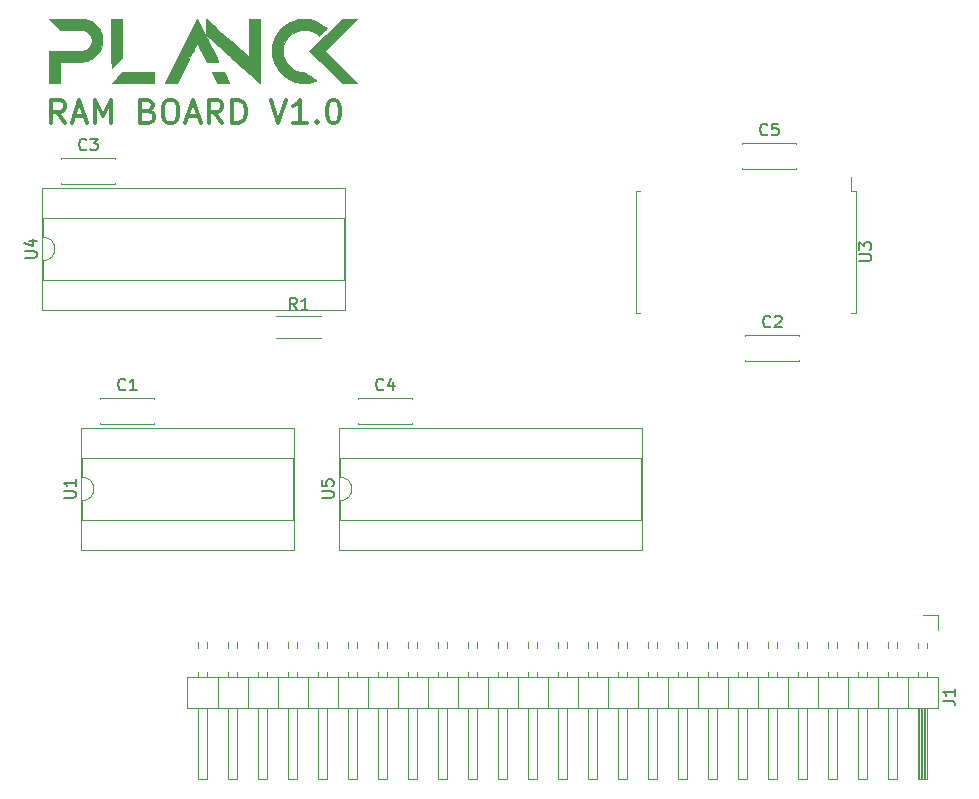
<source format=gbr>
%TF.GenerationSoftware,KiCad,Pcbnew,(5.1.10-1-10_14)*%
%TF.CreationDate,2021-08-30T23:36:35+02:00*%
%TF.ProjectId,ram_board,72616d5f-626f-4617-9264-2e6b69636164,rev?*%
%TF.SameCoordinates,Original*%
%TF.FileFunction,Legend,Top*%
%TF.FilePolarity,Positive*%
%FSLAX46Y46*%
G04 Gerber Fmt 4.6, Leading zero omitted, Abs format (unit mm)*
G04 Created by KiCad (PCBNEW (5.1.10-1-10_14)) date 2021-08-30 23:36:35*
%MOMM*%
%LPD*%
G01*
G04 APERTURE LIST*
%ADD10C,0.300000*%
%ADD11C,0.010000*%
%ADD12C,0.120000*%
%ADD13C,0.150000*%
G04 APERTURE END LIST*
D10*
X5589380Y49514238D02*
X4922714Y50466619D01*
X4446523Y49514238D02*
X4446523Y51514238D01*
X5208428Y51514238D01*
X5398904Y51419000D01*
X5494142Y51323761D01*
X5589380Y51133285D01*
X5589380Y50847571D01*
X5494142Y50657095D01*
X5398904Y50561857D01*
X5208428Y50466619D01*
X4446523Y50466619D01*
X6351285Y50085666D02*
X7303666Y50085666D01*
X6160809Y49514238D02*
X6827476Y51514238D01*
X7494142Y49514238D01*
X8160809Y49514238D02*
X8160809Y51514238D01*
X8827476Y50085666D01*
X9494142Y51514238D01*
X9494142Y49514238D01*
X12636999Y50561857D02*
X12922714Y50466619D01*
X13017952Y50371380D01*
X13113190Y50180904D01*
X13113190Y49895190D01*
X13017952Y49704714D01*
X12922714Y49609476D01*
X12732238Y49514238D01*
X11970333Y49514238D01*
X11970333Y51514238D01*
X12636999Y51514238D01*
X12827476Y51419000D01*
X12922714Y51323761D01*
X13017952Y51133285D01*
X13017952Y50942809D01*
X12922714Y50752333D01*
X12827476Y50657095D01*
X12636999Y50561857D01*
X11970333Y50561857D01*
X14351285Y51514238D02*
X14732238Y51514238D01*
X14922714Y51419000D01*
X15113190Y51228523D01*
X15208428Y50847571D01*
X15208428Y50180904D01*
X15113190Y49799952D01*
X14922714Y49609476D01*
X14732238Y49514238D01*
X14351285Y49514238D01*
X14160809Y49609476D01*
X13970333Y49799952D01*
X13875095Y50180904D01*
X13875095Y50847571D01*
X13970333Y51228523D01*
X14160809Y51419000D01*
X14351285Y51514238D01*
X15970333Y50085666D02*
X16922714Y50085666D01*
X15779857Y49514238D02*
X16446523Y51514238D01*
X17113190Y49514238D01*
X18922714Y49514238D02*
X18256047Y50466619D01*
X17779857Y49514238D02*
X17779857Y51514238D01*
X18541761Y51514238D01*
X18732238Y51419000D01*
X18827476Y51323761D01*
X18922714Y51133285D01*
X18922714Y50847571D01*
X18827476Y50657095D01*
X18732238Y50561857D01*
X18541761Y50466619D01*
X17779857Y50466619D01*
X19779857Y49514238D02*
X19779857Y51514238D01*
X20256047Y51514238D01*
X20541761Y51419000D01*
X20732238Y51228523D01*
X20827476Y51038047D01*
X20922714Y50657095D01*
X20922714Y50371380D01*
X20827476Y49990428D01*
X20732238Y49799952D01*
X20541761Y49609476D01*
X20256047Y49514238D01*
X19779857Y49514238D01*
X23017952Y51514238D02*
X23684619Y49514238D01*
X24351285Y51514238D01*
X26065571Y49514238D02*
X24922714Y49514238D01*
X25494142Y49514238D02*
X25494142Y51514238D01*
X25303666Y51228523D01*
X25113190Y51038047D01*
X24922714Y50942809D01*
X26922714Y49704714D02*
X27017952Y49609476D01*
X26922714Y49514238D01*
X26827476Y49609476D01*
X26922714Y49704714D01*
X26922714Y49514238D01*
X28256047Y51514238D02*
X28446523Y51514238D01*
X28636999Y51419000D01*
X28732238Y51323761D01*
X28827476Y51133285D01*
X28922714Y50752333D01*
X28922714Y50276142D01*
X28827476Y49895190D01*
X28732238Y49704714D01*
X28636999Y49609476D01*
X28446523Y49514238D01*
X28256047Y49514238D01*
X28065571Y49609476D01*
X27970333Y49704714D01*
X27875095Y49895190D01*
X27779857Y50276142D01*
X27779857Y50752333D01*
X27875095Y51133285D01*
X27970333Y51323761D01*
X28065571Y51419000D01*
X28256047Y51514238D01*
D11*
%TO.C,G\u002A\u002A\u002A*%
G36*
X5691291Y58340562D02*
G01*
X5951399Y58340525D01*
X6181908Y58340367D01*
X6384968Y58339981D01*
X6562730Y58339259D01*
X6717346Y58338093D01*
X6850965Y58336375D01*
X6965740Y58333999D01*
X7063820Y58330856D01*
X7147356Y58326840D01*
X7218500Y58321841D01*
X7279401Y58315753D01*
X7332211Y58308469D01*
X7379081Y58299880D01*
X7422162Y58289879D01*
X7463603Y58278358D01*
X7505557Y58265211D01*
X7550173Y58250328D01*
X7559716Y58247096D01*
X7767999Y58160185D01*
X7964309Y58046043D01*
X8145772Y57907668D01*
X8309511Y57748059D01*
X8452652Y57570214D01*
X8572320Y57377132D01*
X8665637Y57171811D01*
X8705354Y57052466D01*
X8756202Y56823642D01*
X8778357Y56590746D01*
X8772171Y56358007D01*
X8737995Y56129651D01*
X8676183Y55909907D01*
X8594095Y55716761D01*
X8478638Y55521222D01*
X8337567Y55339794D01*
X8174646Y55175771D01*
X7993636Y55032447D01*
X7798302Y54913116D01*
X7592406Y54821071D01*
X7556035Y54808173D01*
X7505847Y54791436D01*
X7458695Y54776990D01*
X7411890Y54764668D01*
X7362744Y54754300D01*
X7308569Y54745719D01*
X7246677Y54738757D01*
X7174378Y54733245D01*
X7088985Y54729014D01*
X6987810Y54725897D01*
X6868163Y54723725D01*
X6727357Y54722331D01*
X6562703Y54721545D01*
X6371513Y54721199D01*
X6165358Y54721125D01*
X5159375Y54721125D01*
X5159375Y52911375D01*
X4254500Y52911375D01*
X4254500Y55625038D01*
X7135812Y55633938D01*
X7240145Y55669422D01*
X7388280Y55735991D01*
X7525578Y55829673D01*
X7646810Y55946332D01*
X7732388Y56059026D01*
X7806764Y56201771D01*
X7852522Y56354644D01*
X7869458Y56513604D01*
X7857368Y56674607D01*
X7816045Y56833611D01*
X7776466Y56927750D01*
X7726925Y57008971D01*
X7657011Y57096190D01*
X7574575Y57181541D01*
X7487469Y57257158D01*
X7403545Y57315171D01*
X7373937Y57331054D01*
X7335489Y57349672D01*
X7301006Y57365661D01*
X7267830Y57379238D01*
X7233303Y57390618D01*
X7194768Y57400016D01*
X7149567Y57407648D01*
X7095043Y57413730D01*
X7028538Y57418478D01*
X6947394Y57422106D01*
X6848953Y57424831D01*
X6730559Y57426869D01*
X6589552Y57428434D01*
X6423277Y57429742D01*
X6229074Y57431010D01*
X6134521Y57431608D01*
X5149105Y57437874D01*
X4697938Y57889250D01*
X4246772Y58340625D01*
X5691291Y58340562D01*
G37*
X5691291Y58340562D02*
X5951399Y58340525D01*
X6181908Y58340367D01*
X6384968Y58339981D01*
X6562730Y58339259D01*
X6717346Y58338093D01*
X6850965Y58336375D01*
X6965740Y58333999D01*
X7063820Y58330856D01*
X7147356Y58326840D01*
X7218500Y58321841D01*
X7279401Y58315753D01*
X7332211Y58308469D01*
X7379081Y58299880D01*
X7422162Y58289879D01*
X7463603Y58278358D01*
X7505557Y58265211D01*
X7550173Y58250328D01*
X7559716Y58247096D01*
X7767999Y58160185D01*
X7964309Y58046043D01*
X8145772Y57907668D01*
X8309511Y57748059D01*
X8452652Y57570214D01*
X8572320Y57377132D01*
X8665637Y57171811D01*
X8705354Y57052466D01*
X8756202Y56823642D01*
X8778357Y56590746D01*
X8772171Y56358007D01*
X8737995Y56129651D01*
X8676183Y55909907D01*
X8594095Y55716761D01*
X8478638Y55521222D01*
X8337567Y55339794D01*
X8174646Y55175771D01*
X7993636Y55032447D01*
X7798302Y54913116D01*
X7592406Y54821071D01*
X7556035Y54808173D01*
X7505847Y54791436D01*
X7458695Y54776990D01*
X7411890Y54764668D01*
X7362744Y54754300D01*
X7308569Y54745719D01*
X7246677Y54738757D01*
X7174378Y54733245D01*
X7088985Y54729014D01*
X6987810Y54725897D01*
X6868163Y54723725D01*
X6727357Y54722331D01*
X6562703Y54721545D01*
X6371513Y54721199D01*
X6165358Y54721125D01*
X5159375Y54721125D01*
X5159375Y52911375D01*
X4254500Y52911375D01*
X4254500Y55625038D01*
X7135812Y55633938D01*
X7240145Y55669422D01*
X7388280Y55735991D01*
X7525578Y55829673D01*
X7646810Y55946332D01*
X7732388Y56059026D01*
X7806764Y56201771D01*
X7852522Y56354644D01*
X7869458Y56513604D01*
X7857368Y56674607D01*
X7816045Y56833611D01*
X7776466Y56927750D01*
X7726925Y57008971D01*
X7657011Y57096190D01*
X7574575Y57181541D01*
X7487469Y57257158D01*
X7403545Y57315171D01*
X7373937Y57331054D01*
X7335489Y57349672D01*
X7301006Y57365661D01*
X7267830Y57379238D01*
X7233303Y57390618D01*
X7194768Y57400016D01*
X7149567Y57407648D01*
X7095043Y57413730D01*
X7028538Y57418478D01*
X6947394Y57422106D01*
X6848953Y57424831D01*
X6730559Y57426869D01*
X6589552Y57428434D01*
X6423277Y57429742D01*
X6229074Y57431010D01*
X6134521Y57431608D01*
X5149105Y57437874D01*
X4697938Y57889250D01*
X4246772Y58340625D01*
X5691291Y58340562D01*
G36*
X13176250Y52911375D02*
G01*
X9554119Y52911375D01*
X9995966Y53363538D01*
X10437812Y53815700D01*
X13176250Y53816250D01*
X13176250Y52911375D01*
G37*
X13176250Y52911375D02*
X9554119Y52911375D01*
X9995966Y53363538D01*
X10437812Y53815700D01*
X13176250Y53816250D01*
X13176250Y52911375D01*
G36*
X17701731Y56546727D02*
G01*
X17813783Y56322823D01*
X17921840Y56106748D01*
X18025055Y55900205D01*
X18122581Y55704894D01*
X18213570Y55522517D01*
X18297177Y55354775D01*
X18372554Y55203369D01*
X18438855Y55070000D01*
X18495232Y54956369D01*
X18540838Y54864177D01*
X18574827Y54795126D01*
X18596353Y54750917D01*
X18604567Y54733251D01*
X18604624Y54733032D01*
X18589594Y54730141D01*
X18546562Y54727503D01*
X18479278Y54725207D01*
X18391489Y54723340D01*
X18286944Y54721990D01*
X18169391Y54721245D01*
X18097478Y54721125D01*
X17589457Y54721125D01*
X17196647Y55506938D01*
X17123281Y55653418D01*
X17054088Y55791012D01*
X16990372Y55917163D01*
X16933440Y56029312D01*
X16884596Y56124902D01*
X16845144Y56201376D01*
X16816391Y56256176D01*
X16799642Y56286744D01*
X16795824Y56292410D01*
X16787822Y56278460D01*
X16766491Y56237861D01*
X16732711Y56172354D01*
X16687365Y56083682D01*
X16631335Y55973588D01*
X16565503Y55843812D01*
X16490751Y55696098D01*
X16407960Y55532187D01*
X16318013Y55353822D01*
X16221792Y55162745D01*
X16120178Y54960698D01*
X16014053Y54749422D01*
X15939937Y54601722D01*
X15092063Y52911375D01*
X14081106Y52911375D01*
X15440410Y55629946D01*
X16799714Y58348516D01*
X17701731Y56546727D01*
G37*
X17701731Y56546727D02*
X17813783Y56322823D01*
X17921840Y56106748D01*
X18025055Y55900205D01*
X18122581Y55704894D01*
X18213570Y55522517D01*
X18297177Y55354775D01*
X18372554Y55203369D01*
X18438855Y55070000D01*
X18495232Y54956369D01*
X18540838Y54864177D01*
X18574827Y54795126D01*
X18596353Y54750917D01*
X18604567Y54733251D01*
X18604624Y54733032D01*
X18589594Y54730141D01*
X18546562Y54727503D01*
X18479278Y54725207D01*
X18391489Y54723340D01*
X18286944Y54721990D01*
X18169391Y54721245D01*
X18097478Y54721125D01*
X17589457Y54721125D01*
X17196647Y55506938D01*
X17123281Y55653418D01*
X17054088Y55791012D01*
X16990372Y55917163D01*
X16933440Y56029312D01*
X16884596Y56124902D01*
X16845144Y56201376D01*
X16816391Y56256176D01*
X16799642Y56286744D01*
X16795824Y56292410D01*
X16787822Y56278460D01*
X16766491Y56237861D01*
X16732711Y56172354D01*
X16687365Y56083682D01*
X16631335Y55973588D01*
X16565503Y55843812D01*
X16490751Y55696098D01*
X16407960Y55532187D01*
X16318013Y55353822D01*
X16221792Y55162745D01*
X16120178Y54960698D01*
X16014053Y54749422D01*
X15939937Y54601722D01*
X15092063Y52911375D01*
X14081106Y52911375D01*
X15440410Y55629946D01*
X16799714Y58348516D01*
X17701731Y56546727D01*
G36*
X19284321Y53374220D02*
G01*
X19339940Y53265140D01*
X19390592Y53165185D01*
X19434536Y53077839D01*
X19470031Y53006588D01*
X19495334Y52954917D01*
X19508706Y52926310D01*
X19510375Y52921783D01*
X19495128Y52919246D01*
X19451904Y52916933D01*
X19384472Y52914921D01*
X19296605Y52913288D01*
X19192074Y52912112D01*
X19074649Y52911472D01*
X19006214Y52911375D01*
X18502053Y52911375D01*
X18276000Y53363813D01*
X18049947Y53816250D01*
X19058267Y53816250D01*
X19284321Y53374220D01*
G37*
X19284321Y53374220D02*
X19339940Y53265140D01*
X19390592Y53165185D01*
X19434536Y53077839D01*
X19470031Y53006588D01*
X19495334Y52954917D01*
X19508706Y52926310D01*
X19510375Y52921783D01*
X19495128Y52919246D01*
X19451904Y52916933D01*
X19384472Y52914921D01*
X19296605Y52913288D01*
X19192074Y52912112D01*
X19074649Y52911472D01*
X19006214Y52911375D01*
X18502053Y52911375D01*
X18276000Y53363813D01*
X18049947Y53816250D01*
X19058267Y53816250D01*
X19284321Y53374220D01*
G36*
X17593468Y58313469D02*
G01*
X17609205Y58299255D01*
X17647229Y58265008D01*
X17706213Y58211920D01*
X17784832Y58141183D01*
X17881760Y58053990D01*
X17995671Y57951534D01*
X18125239Y57835006D01*
X18269138Y57705599D01*
X18426044Y57564505D01*
X18594628Y57412917D01*
X18773567Y57252027D01*
X18961534Y57083027D01*
X19157203Y56907109D01*
X19359249Y56725467D01*
X19399250Y56689506D01*
X21169312Y55098235D01*
X21173356Y56719430D01*
X21177399Y58340625D01*
X22082125Y58340625D01*
X22082125Y55626000D01*
X22082102Y55335003D01*
X22082035Y55052688D01*
X22081926Y54780683D01*
X22081779Y54520611D01*
X22081594Y54274098D01*
X22081375Y54042768D01*
X22081123Y53828248D01*
X22080842Y53632162D01*
X22080533Y53456135D01*
X22080200Y53301792D01*
X22079843Y53170759D01*
X22079467Y53064660D01*
X22079072Y52985121D01*
X22078662Y52933766D01*
X22078239Y52912221D01*
X22078156Y52911632D01*
X22066112Y52922086D01*
X22031719Y52952637D01*
X21976238Y53002154D01*
X21900929Y53069506D01*
X21807053Y53153561D01*
X21695871Y53253190D01*
X21568644Y53367261D01*
X21426634Y53494642D01*
X21271100Y53634204D01*
X21103304Y53784816D01*
X20924506Y53945345D01*
X20735969Y54114663D01*
X20538951Y54291636D01*
X20334716Y54475135D01*
X20208875Y54588220D01*
X19993442Y54781817D01*
X19779938Y54973666D01*
X19569996Y55162297D01*
X19365253Y55346242D01*
X19167344Y55524031D01*
X18977906Y55694195D01*
X18798572Y55855266D01*
X18630979Y56005776D01*
X18476763Y56144253D01*
X18337559Y56269231D01*
X18215003Y56379240D01*
X18110730Y56472812D01*
X18026375Y56548476D01*
X17963575Y56604765D01*
X17951035Y56615995D01*
X17558509Y56967438D01*
X17558129Y57656799D01*
X17557750Y58346159D01*
X17593468Y58313469D01*
G37*
X17593468Y58313469D02*
X17609205Y58299255D01*
X17647229Y58265008D01*
X17706213Y58211920D01*
X17784832Y58141183D01*
X17881760Y58053990D01*
X17995671Y57951534D01*
X18125239Y57835006D01*
X18269138Y57705599D01*
X18426044Y57564505D01*
X18594628Y57412917D01*
X18773567Y57252027D01*
X18961534Y57083027D01*
X19157203Y56907109D01*
X19359249Y56725467D01*
X19399250Y56689506D01*
X21169312Y55098235D01*
X21173356Y56719430D01*
X21177399Y58340625D01*
X22082125Y58340625D01*
X22082125Y55626000D01*
X22082102Y55335003D01*
X22082035Y55052688D01*
X22081926Y54780683D01*
X22081779Y54520611D01*
X22081594Y54274098D01*
X22081375Y54042768D01*
X22081123Y53828248D01*
X22080842Y53632162D01*
X22080533Y53456135D01*
X22080200Y53301792D01*
X22079843Y53170759D01*
X22079467Y53064660D01*
X22079072Y52985121D01*
X22078662Y52933766D01*
X22078239Y52912221D01*
X22078156Y52911632D01*
X22066112Y52922086D01*
X22031719Y52952637D01*
X21976238Y53002154D01*
X21900929Y53069506D01*
X21807053Y53153561D01*
X21695871Y53253190D01*
X21568644Y53367261D01*
X21426634Y53494642D01*
X21271100Y53634204D01*
X21103304Y53784816D01*
X20924506Y53945345D01*
X20735969Y54114663D01*
X20538951Y54291636D01*
X20334716Y54475135D01*
X20208875Y54588220D01*
X19993442Y54781817D01*
X19779938Y54973666D01*
X19569996Y55162297D01*
X19365253Y55346242D01*
X19167344Y55524031D01*
X18977906Y55694195D01*
X18798572Y55855266D01*
X18630979Y56005776D01*
X18476763Y56144253D01*
X18337559Y56269231D01*
X18215003Y56379240D01*
X18110730Y56472812D01*
X18026375Y56548476D01*
X17963575Y56604765D01*
X17951035Y56615995D01*
X17558509Y56967438D01*
X17558129Y57656799D01*
X17557750Y58346159D01*
X17593468Y58313469D01*
G36*
X26037318Y58331742D02*
G01*
X26173525Y58324154D01*
X26290123Y58311496D01*
X26328687Y58305127D01*
X26610769Y58236718D01*
X26884499Y58139094D01*
X27146471Y58013935D01*
X27393280Y57862922D01*
X27621522Y57687736D01*
X27675219Y57640417D01*
X27783502Y57542315D01*
X27706969Y57463927D01*
X27672090Y57429020D01*
X27618991Y57376916D01*
X27552475Y57312280D01*
X27477347Y57239776D01*
X27398411Y57164068D01*
X27380604Y57147057D01*
X27130772Y56908576D01*
X27047229Y56984201D01*
X26875222Y57119146D01*
X26683673Y57231888D01*
X26477646Y57320285D01*
X26262208Y57382198D01*
X26042423Y57415485D01*
X26023093Y57416970D01*
X25768994Y57420935D01*
X25527785Y57396112D01*
X25299779Y57342610D01*
X25085290Y57260541D01*
X24884632Y57150016D01*
X24698119Y57011145D01*
X24590570Y56911706D01*
X24429717Y56729255D01*
X24294403Y56529882D01*
X24186311Y56316472D01*
X24107122Y56091909D01*
X24102450Y56074903D01*
X24087310Y56016104D01*
X24076314Y55964432D01*
X24068811Y55912887D01*
X24064147Y55854469D01*
X24061672Y55782177D01*
X24060733Y55689009D01*
X24060634Y55626000D01*
X24061005Y55518291D01*
X24062550Y55435325D01*
X24065924Y55370104D01*
X24071777Y55315626D01*
X24080762Y55264890D01*
X24093531Y55210895D01*
X24102450Y55177098D01*
X24148860Y55033609D01*
X24210887Y54883810D01*
X24282653Y54740641D01*
X24353552Y54623958D01*
X24454639Y54492543D01*
X24577603Y54360730D01*
X24714275Y54235946D01*
X24856487Y54125619D01*
X24996070Y54037177D01*
X25003125Y54033304D01*
X25141495Y53967701D01*
X25293960Y53912154D01*
X25450915Y53869290D01*
X25602756Y53841739D01*
X25738440Y53832125D01*
X25841705Y53832125D01*
X26367622Y53483849D01*
X26482969Y53407203D01*
X26589737Y53335757D01*
X26685082Y53271450D01*
X26766160Y53216224D01*
X26830128Y53172018D01*
X26874142Y53140775D01*
X26895359Y53124433D01*
X26896863Y53122693D01*
X26884250Y53111887D01*
X26846405Y53094895D01*
X26788841Y53073455D01*
X26717071Y53049305D01*
X26636608Y53024182D01*
X26552966Y52999824D01*
X26471658Y52977968D01*
X26398196Y52960351D01*
X26352500Y52951133D01*
X26272149Y52940128D01*
X26169527Y52931032D01*
X26052383Y52924062D01*
X25928468Y52919430D01*
X25805534Y52917353D01*
X25691331Y52918046D01*
X25593611Y52921723D01*
X25523334Y52928143D01*
X25316319Y52963822D01*
X25122226Y53013012D01*
X24930984Y53078877D01*
X24732523Y53164580D01*
X24661812Y53198701D01*
X24401078Y53344419D01*
X24162227Y53513051D01*
X23945644Y53704213D01*
X23751714Y53917525D01*
X23580821Y54152604D01*
X23433349Y54409070D01*
X23424101Y54427438D01*
X23304457Y54698986D01*
X23216353Y54971367D01*
X23159581Y55245528D01*
X23133931Y55522419D01*
X23135211Y55737125D01*
X23164320Y56033436D01*
X23222709Y56317483D01*
X23310394Y56589301D01*
X23427389Y56848923D01*
X23573709Y57096380D01*
X23749368Y57331707D01*
X23927895Y57528448D01*
X24144702Y57725418D01*
X24380729Y57897792D01*
X24633716Y58044355D01*
X24901404Y58163893D01*
X25181533Y58255191D01*
X25356627Y58296311D01*
X25464673Y58312925D01*
X25595179Y58324852D01*
X25739732Y58332015D01*
X25889916Y58334337D01*
X26037318Y58331742D01*
G37*
X26037318Y58331742D02*
X26173525Y58324154D01*
X26290123Y58311496D01*
X26328687Y58305127D01*
X26610769Y58236718D01*
X26884499Y58139094D01*
X27146471Y58013935D01*
X27393280Y57862922D01*
X27621522Y57687736D01*
X27675219Y57640417D01*
X27783502Y57542315D01*
X27706969Y57463927D01*
X27672090Y57429020D01*
X27618991Y57376916D01*
X27552475Y57312280D01*
X27477347Y57239776D01*
X27398411Y57164068D01*
X27380604Y57147057D01*
X27130772Y56908576D01*
X27047229Y56984201D01*
X26875222Y57119146D01*
X26683673Y57231888D01*
X26477646Y57320285D01*
X26262208Y57382198D01*
X26042423Y57415485D01*
X26023093Y57416970D01*
X25768994Y57420935D01*
X25527785Y57396112D01*
X25299779Y57342610D01*
X25085290Y57260541D01*
X24884632Y57150016D01*
X24698119Y57011145D01*
X24590570Y56911706D01*
X24429717Y56729255D01*
X24294403Y56529882D01*
X24186311Y56316472D01*
X24107122Y56091909D01*
X24102450Y56074903D01*
X24087310Y56016104D01*
X24076314Y55964432D01*
X24068811Y55912887D01*
X24064147Y55854469D01*
X24061672Y55782177D01*
X24060733Y55689009D01*
X24060634Y55626000D01*
X24061005Y55518291D01*
X24062550Y55435325D01*
X24065924Y55370104D01*
X24071777Y55315626D01*
X24080762Y55264890D01*
X24093531Y55210895D01*
X24102450Y55177098D01*
X24148860Y55033609D01*
X24210887Y54883810D01*
X24282653Y54740641D01*
X24353552Y54623958D01*
X24454639Y54492543D01*
X24577603Y54360730D01*
X24714275Y54235946D01*
X24856487Y54125619D01*
X24996070Y54037177D01*
X25003125Y54033304D01*
X25141495Y53967701D01*
X25293960Y53912154D01*
X25450915Y53869290D01*
X25602756Y53841739D01*
X25738440Y53832125D01*
X25841705Y53832125D01*
X26367622Y53483849D01*
X26482969Y53407203D01*
X26589737Y53335757D01*
X26685082Y53271450D01*
X26766160Y53216224D01*
X26830128Y53172018D01*
X26874142Y53140775D01*
X26895359Y53124433D01*
X26896863Y53122693D01*
X26884250Y53111887D01*
X26846405Y53094895D01*
X26788841Y53073455D01*
X26717071Y53049305D01*
X26636608Y53024182D01*
X26552966Y52999824D01*
X26471658Y52977968D01*
X26398196Y52960351D01*
X26352500Y52951133D01*
X26272149Y52940128D01*
X26169527Y52931032D01*
X26052383Y52924062D01*
X25928468Y52919430D01*
X25805534Y52917353D01*
X25691331Y52918046D01*
X25593611Y52921723D01*
X25523334Y52928143D01*
X25316319Y52963822D01*
X25122226Y53013012D01*
X24930984Y53078877D01*
X24732523Y53164580D01*
X24661812Y53198701D01*
X24401078Y53344419D01*
X24162227Y53513051D01*
X23945644Y53704213D01*
X23751714Y53917525D01*
X23580821Y54152604D01*
X23433349Y54409070D01*
X23424101Y54427438D01*
X23304457Y54698986D01*
X23216353Y54971367D01*
X23159581Y55245528D01*
X23133931Y55522419D01*
X23135211Y55737125D01*
X23164320Y56033436D01*
X23222709Y56317483D01*
X23310394Y56589301D01*
X23427389Y56848923D01*
X23573709Y57096380D01*
X23749368Y57331707D01*
X23927895Y57528448D01*
X24144702Y57725418D01*
X24380729Y57897792D01*
X24633716Y58044355D01*
X24901404Y58163893D01*
X25181533Y58255191D01*
X25356627Y58296311D01*
X25464673Y58312925D01*
X25595179Y58324852D01*
X25739732Y58332015D01*
X25889916Y58334337D01*
X26037318Y58331742D01*
G36*
X28956000Y56983313D02*
G01*
X27598757Y55626000D01*
X28956000Y54268688D01*
X30313242Y52911375D01*
X29670340Y52911388D01*
X29027437Y52911400D01*
X27670125Y54256794D01*
X27496999Y54428499D01*
X27330202Y54594122D01*
X27171117Y54752280D01*
X27021128Y54901587D01*
X26881620Y55040660D01*
X26753975Y55168115D01*
X26639579Y55282567D01*
X26539814Y55382632D01*
X26456066Y55466926D01*
X26389717Y55534064D01*
X26342152Y55582663D01*
X26314755Y55611338D01*
X26308280Y55618911D01*
X26318760Y55631998D01*
X26350457Y55666020D01*
X26402001Y55719597D01*
X26472023Y55791352D01*
X26559153Y55879903D01*
X26662022Y55983873D01*
X26779261Y56101882D01*
X26909499Y56232552D01*
X27051368Y56374502D01*
X27203497Y56526354D01*
X27364517Y56686730D01*
X27533059Y56854248D01*
X27667999Y56988130D01*
X29032250Y58340625D01*
X30313242Y58340625D01*
X28956000Y56983313D01*
G37*
X28956000Y56983313D02*
X27598757Y55626000D01*
X28956000Y54268688D01*
X30313242Y52911375D01*
X29670340Y52911388D01*
X29027437Y52911400D01*
X27670125Y54256794D01*
X27496999Y54428499D01*
X27330202Y54594122D01*
X27171117Y54752280D01*
X27021128Y54901587D01*
X26881620Y55040660D01*
X26753975Y55168115D01*
X26639579Y55282567D01*
X26539814Y55382632D01*
X26456066Y55466926D01*
X26389717Y55534064D01*
X26342152Y55582663D01*
X26314755Y55611338D01*
X26308280Y55618911D01*
X26318760Y55631998D01*
X26350457Y55666020D01*
X26402001Y55719597D01*
X26472023Y55791352D01*
X26559153Y55879903D01*
X26662022Y55983873D01*
X26779261Y56101882D01*
X26909499Y56232552D01*
X27051368Y56374502D01*
X27203497Y56526354D01*
X27364517Y56686730D01*
X27533059Y56854248D01*
X27667999Y56988130D01*
X29032250Y58340625D01*
X30313242Y58340625D01*
X28956000Y56983313D01*
G36*
X10461625Y55061341D02*
G01*
X10015787Y54605483D01*
X9918228Y54506090D01*
X9827328Y54414169D01*
X9745520Y54332130D01*
X9675239Y54262385D01*
X9618919Y54207343D01*
X9578994Y54169414D01*
X9557899Y54151009D01*
X9555412Y54149625D01*
X9553388Y54165291D01*
X9551483Y54211449D01*
X9549706Y54286842D01*
X9548066Y54390213D01*
X9546571Y54520304D01*
X9545230Y54675859D01*
X9544052Y54855620D01*
X9543046Y55058329D01*
X9542220Y55282730D01*
X9541583Y55527565D01*
X9541144Y55791576D01*
X9540911Y56073507D01*
X9540875Y56245125D01*
X9540875Y58340625D01*
X10461625Y58340625D01*
X10461625Y55061341D01*
G37*
X10461625Y55061341D02*
X10015787Y54605483D01*
X9918228Y54506090D01*
X9827328Y54414169D01*
X9745520Y54332130D01*
X9675239Y54262385D01*
X9618919Y54207343D01*
X9578994Y54169414D01*
X9557899Y54151009D01*
X9555412Y54149625D01*
X9553388Y54165291D01*
X9551483Y54211449D01*
X9549706Y54286842D01*
X9548066Y54390213D01*
X9546571Y54520304D01*
X9545230Y54675859D01*
X9544052Y54855620D01*
X9543046Y55058329D01*
X9542220Y55282730D01*
X9541583Y55527565D01*
X9541144Y55791576D01*
X9540911Y56073507D01*
X9540875Y56245125D01*
X9540875Y58340625D01*
X10461625Y58340625D01*
X10461625Y55061341D01*
D12*
%TO.C,C5*%
X67508000Y45681000D02*
X67508000Y45666000D01*
X67508000Y47806000D02*
X67508000Y47791000D01*
X62968000Y45681000D02*
X62968000Y45666000D01*
X62968000Y47806000D02*
X62968000Y47791000D01*
X62968000Y45666000D02*
X67508000Y45666000D01*
X62968000Y47806000D02*
X67508000Y47806000D01*
%TO.C,U5*%
X28896000Y17542000D02*
X28896000Y15892000D01*
X28896000Y15892000D02*
X54416000Y15892000D01*
X54416000Y15892000D02*
X54416000Y21192000D01*
X54416000Y21192000D02*
X28896000Y21192000D01*
X28896000Y21192000D02*
X28896000Y19542000D01*
X28836000Y13402000D02*
X54476000Y13402000D01*
X54476000Y13402000D02*
X54476000Y23682000D01*
X54476000Y23682000D02*
X28836000Y23682000D01*
X28836000Y23682000D02*
X28836000Y13402000D01*
X28896000Y19542000D02*
G75*
G02*
X28896000Y17542000I0J-1000000D01*
G01*
%TO.C,U4*%
X3750000Y37862000D02*
X3750000Y36212000D01*
X3750000Y36212000D02*
X29270000Y36212000D01*
X29270000Y36212000D02*
X29270000Y41512000D01*
X29270000Y41512000D02*
X3750000Y41512000D01*
X3750000Y41512000D02*
X3750000Y39862000D01*
X3690000Y33722000D02*
X29330000Y33722000D01*
X29330000Y33722000D02*
X29330000Y44002000D01*
X29330000Y44002000D02*
X3690000Y44002000D01*
X3690000Y44002000D02*
X3690000Y33722000D01*
X3750000Y39862000D02*
G75*
G02*
X3750000Y37862000I0J-1000000D01*
G01*
%TO.C,U3*%
X53931000Y38608000D02*
X53931000Y33418000D01*
X53931000Y33418000D02*
X54311000Y33418000D01*
X53931000Y38608000D02*
X53931000Y43798000D01*
X53931000Y43798000D02*
X54311000Y43798000D01*
X72561000Y38608000D02*
X72561000Y33418000D01*
X72561000Y33418000D02*
X72181000Y33418000D01*
X72561000Y38608000D02*
X72561000Y43798000D01*
X72561000Y43798000D02*
X72181000Y43798000D01*
X72181000Y43798000D02*
X72181000Y44958000D01*
%TO.C,U1*%
X7052000Y17542000D02*
X7052000Y15892000D01*
X7052000Y15892000D02*
X24952000Y15892000D01*
X24952000Y15892000D02*
X24952000Y21192000D01*
X24952000Y21192000D02*
X7052000Y21192000D01*
X7052000Y21192000D02*
X7052000Y19542000D01*
X6992000Y13402000D02*
X25012000Y13402000D01*
X25012000Y13402000D02*
X25012000Y23682000D01*
X25012000Y23682000D02*
X6992000Y23682000D01*
X6992000Y23682000D02*
X6992000Y13402000D01*
X7052000Y19542000D02*
G75*
G02*
X7052000Y17542000I0J-1000000D01*
G01*
%TO.C,R1*%
X23480000Y33178000D02*
X27320000Y33178000D01*
X23480000Y31338000D02*
X27320000Y31338000D01*
%TO.C,C4*%
X30456000Y26216000D02*
X34996000Y26216000D01*
X30456000Y24076000D02*
X34996000Y24076000D01*
X30456000Y26216000D02*
X30456000Y26201000D01*
X30456000Y24091000D02*
X30456000Y24076000D01*
X34996000Y26216000D02*
X34996000Y26201000D01*
X34996000Y24091000D02*
X34996000Y24076000D01*
%TO.C,C3*%
X5310000Y46536000D02*
X9850000Y46536000D01*
X5310000Y44396000D02*
X9850000Y44396000D01*
X5310000Y46536000D02*
X5310000Y46521000D01*
X5310000Y44411000D02*
X5310000Y44396000D01*
X9850000Y46536000D02*
X9850000Y46521000D01*
X9850000Y44411000D02*
X9850000Y44396000D01*
%TO.C,C2*%
X63222000Y31550000D02*
X67762000Y31550000D01*
X63222000Y29410000D02*
X67762000Y29410000D01*
X63222000Y31550000D02*
X63222000Y31535000D01*
X63222000Y29425000D02*
X63222000Y29410000D01*
X67762000Y31550000D02*
X67762000Y31535000D01*
X67762000Y29425000D02*
X67762000Y29410000D01*
%TO.C,C1*%
X8612000Y26216000D02*
X13152000Y26216000D01*
X8612000Y24076000D02*
X13152000Y24076000D01*
X8612000Y26216000D02*
X8612000Y26201000D01*
X8612000Y24091000D02*
X8612000Y24076000D01*
X13152000Y26216000D02*
X13152000Y26201000D01*
X13152000Y24091000D02*
X13152000Y24076000D01*
%TO.C,J1*%
X79562000Y2624000D02*
X15942000Y2624000D01*
X15942000Y2624000D02*
X15942000Y-36000D01*
X15942000Y-36000D02*
X79562000Y-36000D01*
X79562000Y-36000D02*
X79562000Y2624000D01*
X78612000Y-36000D02*
X78612000Y-6036000D01*
X78612000Y-6036000D02*
X77852000Y-6036000D01*
X77852000Y-6036000D02*
X77852000Y-36000D01*
X78552000Y-36000D02*
X78552000Y-6036000D01*
X78432000Y-36000D02*
X78432000Y-6036000D01*
X78312000Y-36000D02*
X78312000Y-6036000D01*
X78192000Y-36000D02*
X78192000Y-6036000D01*
X78072000Y-36000D02*
X78072000Y-6036000D01*
X77952000Y-36000D02*
X77952000Y-6036000D01*
X78612000Y3021071D02*
X78612000Y2624000D01*
X77852000Y3021071D02*
X77852000Y2624000D01*
X78612000Y5494000D02*
X78612000Y5106929D01*
X77852000Y5494000D02*
X77852000Y5106929D01*
X76962000Y2624000D02*
X76962000Y-36000D01*
X76072000Y-36000D02*
X76072000Y-6036000D01*
X76072000Y-6036000D02*
X75312000Y-6036000D01*
X75312000Y-6036000D02*
X75312000Y-36000D01*
X76072000Y3021071D02*
X76072000Y2624000D01*
X75312000Y3021071D02*
X75312000Y2624000D01*
X76072000Y5561071D02*
X76072000Y5106929D01*
X75312000Y5561071D02*
X75312000Y5106929D01*
X74422000Y2624000D02*
X74422000Y-36000D01*
X73532000Y-36000D02*
X73532000Y-6036000D01*
X73532000Y-6036000D02*
X72772000Y-6036000D01*
X72772000Y-6036000D02*
X72772000Y-36000D01*
X73532000Y3021071D02*
X73532000Y2624000D01*
X72772000Y3021071D02*
X72772000Y2624000D01*
X73532000Y5561071D02*
X73532000Y5106929D01*
X72772000Y5561071D02*
X72772000Y5106929D01*
X71882000Y2624000D02*
X71882000Y-36000D01*
X70992000Y-36000D02*
X70992000Y-6036000D01*
X70992000Y-6036000D02*
X70232000Y-6036000D01*
X70232000Y-6036000D02*
X70232000Y-36000D01*
X70992000Y3021071D02*
X70992000Y2624000D01*
X70232000Y3021071D02*
X70232000Y2624000D01*
X70992000Y5561071D02*
X70992000Y5106929D01*
X70232000Y5561071D02*
X70232000Y5106929D01*
X69342000Y2624000D02*
X69342000Y-36000D01*
X68452000Y-36000D02*
X68452000Y-6036000D01*
X68452000Y-6036000D02*
X67692000Y-6036000D01*
X67692000Y-6036000D02*
X67692000Y-36000D01*
X68452000Y3021071D02*
X68452000Y2624000D01*
X67692000Y3021071D02*
X67692000Y2624000D01*
X68452000Y5561071D02*
X68452000Y5106929D01*
X67692000Y5561071D02*
X67692000Y5106929D01*
X66802000Y2624000D02*
X66802000Y-36000D01*
X65912000Y-36000D02*
X65912000Y-6036000D01*
X65912000Y-6036000D02*
X65152000Y-6036000D01*
X65152000Y-6036000D02*
X65152000Y-36000D01*
X65912000Y3021071D02*
X65912000Y2624000D01*
X65152000Y3021071D02*
X65152000Y2624000D01*
X65912000Y5561071D02*
X65912000Y5106929D01*
X65152000Y5561071D02*
X65152000Y5106929D01*
X64262000Y2624000D02*
X64262000Y-36000D01*
X63372000Y-36000D02*
X63372000Y-6036000D01*
X63372000Y-6036000D02*
X62612000Y-6036000D01*
X62612000Y-6036000D02*
X62612000Y-36000D01*
X63372000Y3021071D02*
X63372000Y2624000D01*
X62612000Y3021071D02*
X62612000Y2624000D01*
X63372000Y5561071D02*
X63372000Y5106929D01*
X62612000Y5561071D02*
X62612000Y5106929D01*
X61722000Y2624000D02*
X61722000Y-36000D01*
X60832000Y-36000D02*
X60832000Y-6036000D01*
X60832000Y-6036000D02*
X60072000Y-6036000D01*
X60072000Y-6036000D02*
X60072000Y-36000D01*
X60832000Y3021071D02*
X60832000Y2624000D01*
X60072000Y3021071D02*
X60072000Y2624000D01*
X60832000Y5561071D02*
X60832000Y5106929D01*
X60072000Y5561071D02*
X60072000Y5106929D01*
X59182000Y2624000D02*
X59182000Y-36000D01*
X58292000Y-36000D02*
X58292000Y-6036000D01*
X58292000Y-6036000D02*
X57532000Y-6036000D01*
X57532000Y-6036000D02*
X57532000Y-36000D01*
X58292000Y3021071D02*
X58292000Y2624000D01*
X57532000Y3021071D02*
X57532000Y2624000D01*
X58292000Y5561071D02*
X58292000Y5106929D01*
X57532000Y5561071D02*
X57532000Y5106929D01*
X56642000Y2624000D02*
X56642000Y-36000D01*
X55752000Y-36000D02*
X55752000Y-6036000D01*
X55752000Y-6036000D02*
X54992000Y-6036000D01*
X54992000Y-6036000D02*
X54992000Y-36000D01*
X55752000Y3021071D02*
X55752000Y2624000D01*
X54992000Y3021071D02*
X54992000Y2624000D01*
X55752000Y5561071D02*
X55752000Y5106929D01*
X54992000Y5561071D02*
X54992000Y5106929D01*
X54102000Y2624000D02*
X54102000Y-36000D01*
X53212000Y-36000D02*
X53212000Y-6036000D01*
X53212000Y-6036000D02*
X52452000Y-6036000D01*
X52452000Y-6036000D02*
X52452000Y-36000D01*
X53212000Y3021071D02*
X53212000Y2624000D01*
X52452000Y3021071D02*
X52452000Y2624000D01*
X53212000Y5561071D02*
X53212000Y5106929D01*
X52452000Y5561071D02*
X52452000Y5106929D01*
X51562000Y2624000D02*
X51562000Y-36000D01*
X50672000Y-36000D02*
X50672000Y-6036000D01*
X50672000Y-6036000D02*
X49912000Y-6036000D01*
X49912000Y-6036000D02*
X49912000Y-36000D01*
X50672000Y3021071D02*
X50672000Y2624000D01*
X49912000Y3021071D02*
X49912000Y2624000D01*
X50672000Y5561071D02*
X50672000Y5106929D01*
X49912000Y5561071D02*
X49912000Y5106929D01*
X49022000Y2624000D02*
X49022000Y-36000D01*
X48132000Y-36000D02*
X48132000Y-6036000D01*
X48132000Y-6036000D02*
X47372000Y-6036000D01*
X47372000Y-6036000D02*
X47372000Y-36000D01*
X48132000Y3021071D02*
X48132000Y2624000D01*
X47372000Y3021071D02*
X47372000Y2624000D01*
X48132000Y5561071D02*
X48132000Y5106929D01*
X47372000Y5561071D02*
X47372000Y5106929D01*
X46482000Y2624000D02*
X46482000Y-36000D01*
X45592000Y-36000D02*
X45592000Y-6036000D01*
X45592000Y-6036000D02*
X44832000Y-6036000D01*
X44832000Y-6036000D02*
X44832000Y-36000D01*
X45592000Y3021071D02*
X45592000Y2624000D01*
X44832000Y3021071D02*
X44832000Y2624000D01*
X45592000Y5561071D02*
X45592000Y5106929D01*
X44832000Y5561071D02*
X44832000Y5106929D01*
X43942000Y2624000D02*
X43942000Y-36000D01*
X43052000Y-36000D02*
X43052000Y-6036000D01*
X43052000Y-6036000D02*
X42292000Y-6036000D01*
X42292000Y-6036000D02*
X42292000Y-36000D01*
X43052000Y3021071D02*
X43052000Y2624000D01*
X42292000Y3021071D02*
X42292000Y2624000D01*
X43052000Y5561071D02*
X43052000Y5106929D01*
X42292000Y5561071D02*
X42292000Y5106929D01*
X41402000Y2624000D02*
X41402000Y-36000D01*
X40512000Y-36000D02*
X40512000Y-6036000D01*
X40512000Y-6036000D02*
X39752000Y-6036000D01*
X39752000Y-6036000D02*
X39752000Y-36000D01*
X40512000Y3021071D02*
X40512000Y2624000D01*
X39752000Y3021071D02*
X39752000Y2624000D01*
X40512000Y5561071D02*
X40512000Y5106929D01*
X39752000Y5561071D02*
X39752000Y5106929D01*
X38862000Y2624000D02*
X38862000Y-36000D01*
X37972000Y-36000D02*
X37972000Y-6036000D01*
X37972000Y-6036000D02*
X37212000Y-6036000D01*
X37212000Y-6036000D02*
X37212000Y-36000D01*
X37972000Y3021071D02*
X37972000Y2624000D01*
X37212000Y3021071D02*
X37212000Y2624000D01*
X37972000Y5561071D02*
X37972000Y5106929D01*
X37212000Y5561071D02*
X37212000Y5106929D01*
X36322000Y2624000D02*
X36322000Y-36000D01*
X35432000Y-36000D02*
X35432000Y-6036000D01*
X35432000Y-6036000D02*
X34672000Y-6036000D01*
X34672000Y-6036000D02*
X34672000Y-36000D01*
X35432000Y3021071D02*
X35432000Y2624000D01*
X34672000Y3021071D02*
X34672000Y2624000D01*
X35432000Y5561071D02*
X35432000Y5106929D01*
X34672000Y5561071D02*
X34672000Y5106929D01*
X33782000Y2624000D02*
X33782000Y-36000D01*
X32892000Y-36000D02*
X32892000Y-6036000D01*
X32892000Y-6036000D02*
X32132000Y-6036000D01*
X32132000Y-6036000D02*
X32132000Y-36000D01*
X32892000Y3021071D02*
X32892000Y2624000D01*
X32132000Y3021071D02*
X32132000Y2624000D01*
X32892000Y5561071D02*
X32892000Y5106929D01*
X32132000Y5561071D02*
X32132000Y5106929D01*
X31242000Y2624000D02*
X31242000Y-36000D01*
X30352000Y-36000D02*
X30352000Y-6036000D01*
X30352000Y-6036000D02*
X29592000Y-6036000D01*
X29592000Y-6036000D02*
X29592000Y-36000D01*
X30352000Y3021071D02*
X30352000Y2624000D01*
X29592000Y3021071D02*
X29592000Y2624000D01*
X30352000Y5561071D02*
X30352000Y5106929D01*
X29592000Y5561071D02*
X29592000Y5106929D01*
X28702000Y2624000D02*
X28702000Y-36000D01*
X27812000Y-36000D02*
X27812000Y-6036000D01*
X27812000Y-6036000D02*
X27052000Y-6036000D01*
X27052000Y-6036000D02*
X27052000Y-36000D01*
X27812000Y3021071D02*
X27812000Y2624000D01*
X27052000Y3021071D02*
X27052000Y2624000D01*
X27812000Y5561071D02*
X27812000Y5106929D01*
X27052000Y5561071D02*
X27052000Y5106929D01*
X26162000Y2624000D02*
X26162000Y-36000D01*
X25272000Y-36000D02*
X25272000Y-6036000D01*
X25272000Y-6036000D02*
X24512000Y-6036000D01*
X24512000Y-6036000D02*
X24512000Y-36000D01*
X25272000Y3021071D02*
X25272000Y2624000D01*
X24512000Y3021071D02*
X24512000Y2624000D01*
X25272000Y5561071D02*
X25272000Y5106929D01*
X24512000Y5561071D02*
X24512000Y5106929D01*
X23622000Y2624000D02*
X23622000Y-36000D01*
X22732000Y-36000D02*
X22732000Y-6036000D01*
X22732000Y-6036000D02*
X21972000Y-6036000D01*
X21972000Y-6036000D02*
X21972000Y-36000D01*
X22732000Y3021071D02*
X22732000Y2624000D01*
X21972000Y3021071D02*
X21972000Y2624000D01*
X22732000Y5561071D02*
X22732000Y5106929D01*
X21972000Y5561071D02*
X21972000Y5106929D01*
X21082000Y2624000D02*
X21082000Y-36000D01*
X20192000Y-36000D02*
X20192000Y-6036000D01*
X20192000Y-6036000D02*
X19432000Y-6036000D01*
X19432000Y-6036000D02*
X19432000Y-36000D01*
X20192000Y3021071D02*
X20192000Y2624000D01*
X19432000Y3021071D02*
X19432000Y2624000D01*
X20192000Y5561071D02*
X20192000Y5106929D01*
X19432000Y5561071D02*
X19432000Y5106929D01*
X18542000Y2624000D02*
X18542000Y-36000D01*
X17652000Y-36000D02*
X17652000Y-6036000D01*
X17652000Y-6036000D02*
X16892000Y-6036000D01*
X16892000Y-6036000D02*
X16892000Y-36000D01*
X17652000Y3021071D02*
X17652000Y2624000D01*
X16892000Y3021071D02*
X16892000Y2624000D01*
X17652000Y5561071D02*
X17652000Y5106929D01*
X16892000Y5561071D02*
X16892000Y5106929D01*
X78232000Y7874000D02*
X79502000Y7874000D01*
X79502000Y7874000D02*
X79502000Y6604000D01*
%TO.C,C5*%
D13*
X65071333Y48578857D02*
X65023714Y48531238D01*
X64880857Y48483619D01*
X64785619Y48483619D01*
X64642761Y48531238D01*
X64547523Y48626476D01*
X64499904Y48721714D01*
X64452285Y48912190D01*
X64452285Y49055047D01*
X64499904Y49245523D01*
X64547523Y49340761D01*
X64642761Y49436000D01*
X64785619Y49483619D01*
X64880857Y49483619D01*
X65023714Y49436000D01*
X65071333Y49388380D01*
X65976095Y49483619D02*
X65499904Y49483619D01*
X65452285Y49007428D01*
X65499904Y49055047D01*
X65595142Y49102666D01*
X65833238Y49102666D01*
X65928476Y49055047D01*
X65976095Y49007428D01*
X66023714Y48912190D01*
X66023714Y48674095D01*
X65976095Y48578857D01*
X65928476Y48531238D01*
X65833238Y48483619D01*
X65595142Y48483619D01*
X65499904Y48531238D01*
X65452285Y48578857D01*
%TO.C,U5*%
X27348380Y17780095D02*
X28157904Y17780095D01*
X28253142Y17827714D01*
X28300761Y17875333D01*
X28348380Y17970571D01*
X28348380Y18161047D01*
X28300761Y18256285D01*
X28253142Y18303904D01*
X28157904Y18351523D01*
X27348380Y18351523D01*
X27348380Y19303904D02*
X27348380Y18827714D01*
X27824571Y18780095D01*
X27776952Y18827714D01*
X27729333Y18922952D01*
X27729333Y19161047D01*
X27776952Y19256285D01*
X27824571Y19303904D01*
X27919809Y19351523D01*
X28157904Y19351523D01*
X28253142Y19303904D01*
X28300761Y19256285D01*
X28348380Y19161047D01*
X28348380Y18922952D01*
X28300761Y18827714D01*
X28253142Y18780095D01*
%TO.C,U4*%
X2202380Y38100095D02*
X3011904Y38100095D01*
X3107142Y38147714D01*
X3154761Y38195333D01*
X3202380Y38290571D01*
X3202380Y38481047D01*
X3154761Y38576285D01*
X3107142Y38623904D01*
X3011904Y38671523D01*
X2202380Y38671523D01*
X2535714Y39576285D02*
X3202380Y39576285D01*
X2154761Y39338190D02*
X2869047Y39100095D01*
X2869047Y39719142D01*
%TO.C,U3*%
X72858380Y37846095D02*
X73667904Y37846095D01*
X73763142Y37893714D01*
X73810761Y37941333D01*
X73858380Y38036571D01*
X73858380Y38227047D01*
X73810761Y38322285D01*
X73763142Y38369904D01*
X73667904Y38417523D01*
X72858380Y38417523D01*
X72858380Y38798476D02*
X72858380Y39417523D01*
X73239333Y39084190D01*
X73239333Y39227047D01*
X73286952Y39322285D01*
X73334571Y39369904D01*
X73429809Y39417523D01*
X73667904Y39417523D01*
X73763142Y39369904D01*
X73810761Y39322285D01*
X73858380Y39227047D01*
X73858380Y38941333D01*
X73810761Y38846095D01*
X73763142Y38798476D01*
%TO.C,U1*%
X5504380Y17780095D02*
X6313904Y17780095D01*
X6409142Y17827714D01*
X6456761Y17875333D01*
X6504380Y17970571D01*
X6504380Y18161047D01*
X6456761Y18256285D01*
X6409142Y18303904D01*
X6313904Y18351523D01*
X5504380Y18351523D01*
X6504380Y19351523D02*
X6504380Y18780095D01*
X6504380Y19065809D02*
X5504380Y19065809D01*
X5647238Y18970571D01*
X5742476Y18875333D01*
X5790095Y18780095D01*
%TO.C,R1*%
X25233333Y33725619D02*
X24900000Y34201809D01*
X24661904Y33725619D02*
X24661904Y34725619D01*
X25042857Y34725619D01*
X25138095Y34678000D01*
X25185714Y34630380D01*
X25233333Y34535142D01*
X25233333Y34392285D01*
X25185714Y34297047D01*
X25138095Y34249428D01*
X25042857Y34201809D01*
X24661904Y34201809D01*
X26185714Y33725619D02*
X25614285Y33725619D01*
X25900000Y33725619D02*
X25900000Y34725619D01*
X25804761Y34582761D01*
X25709523Y34487523D01*
X25614285Y34439904D01*
%TO.C,C4*%
X32559333Y26988857D02*
X32511714Y26941238D01*
X32368857Y26893619D01*
X32273619Y26893619D01*
X32130761Y26941238D01*
X32035523Y27036476D01*
X31987904Y27131714D01*
X31940285Y27322190D01*
X31940285Y27465047D01*
X31987904Y27655523D01*
X32035523Y27750761D01*
X32130761Y27846000D01*
X32273619Y27893619D01*
X32368857Y27893619D01*
X32511714Y27846000D01*
X32559333Y27798380D01*
X33416476Y27560285D02*
X33416476Y26893619D01*
X33178380Y27941238D02*
X32940285Y27226952D01*
X33559333Y27226952D01*
%TO.C,C3*%
X7413333Y47308857D02*
X7365714Y47261238D01*
X7222857Y47213619D01*
X7127619Y47213619D01*
X6984761Y47261238D01*
X6889523Y47356476D01*
X6841904Y47451714D01*
X6794285Y47642190D01*
X6794285Y47785047D01*
X6841904Y47975523D01*
X6889523Y48070761D01*
X6984761Y48166000D01*
X7127619Y48213619D01*
X7222857Y48213619D01*
X7365714Y48166000D01*
X7413333Y48118380D01*
X7746666Y48213619D02*
X8365714Y48213619D01*
X8032380Y47832666D01*
X8175238Y47832666D01*
X8270476Y47785047D01*
X8318095Y47737428D01*
X8365714Y47642190D01*
X8365714Y47404095D01*
X8318095Y47308857D01*
X8270476Y47261238D01*
X8175238Y47213619D01*
X7889523Y47213619D01*
X7794285Y47261238D01*
X7746666Y47308857D01*
%TO.C,C2*%
X65325333Y32322857D02*
X65277714Y32275238D01*
X65134857Y32227619D01*
X65039619Y32227619D01*
X64896761Y32275238D01*
X64801523Y32370476D01*
X64753904Y32465714D01*
X64706285Y32656190D01*
X64706285Y32799047D01*
X64753904Y32989523D01*
X64801523Y33084761D01*
X64896761Y33180000D01*
X65039619Y33227619D01*
X65134857Y33227619D01*
X65277714Y33180000D01*
X65325333Y33132380D01*
X65706285Y33132380D02*
X65753904Y33180000D01*
X65849142Y33227619D01*
X66087238Y33227619D01*
X66182476Y33180000D01*
X66230095Y33132380D01*
X66277714Y33037142D01*
X66277714Y32941904D01*
X66230095Y32799047D01*
X65658666Y32227619D01*
X66277714Y32227619D01*
%TO.C,C1*%
X10715333Y26988857D02*
X10667714Y26941238D01*
X10524857Y26893619D01*
X10429619Y26893619D01*
X10286761Y26941238D01*
X10191523Y27036476D01*
X10143904Y27131714D01*
X10096285Y27322190D01*
X10096285Y27465047D01*
X10143904Y27655523D01*
X10191523Y27750761D01*
X10286761Y27846000D01*
X10429619Y27893619D01*
X10524857Y27893619D01*
X10667714Y27846000D01*
X10715333Y27798380D01*
X11667714Y26893619D02*
X11096285Y26893619D01*
X11382000Y26893619D02*
X11382000Y27893619D01*
X11286761Y27750761D01*
X11191523Y27655523D01*
X11096285Y27607904D01*
%TO.C,J1*%
X79954380Y615666D02*
X80668666Y615666D01*
X80811523Y568047D01*
X80906761Y472809D01*
X80954380Y329952D01*
X80954380Y234714D01*
X80954380Y1615666D02*
X80954380Y1044238D01*
X80954380Y1329952D02*
X79954380Y1329952D01*
X80097238Y1234714D01*
X80192476Y1139476D01*
X80240095Y1044238D01*
%TD*%
M02*

</source>
